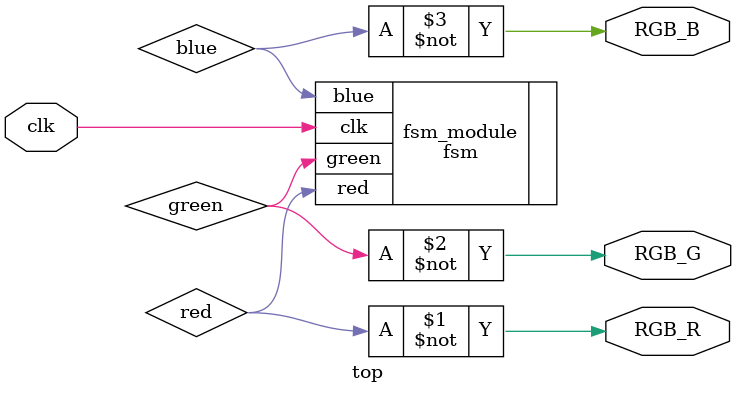
<source format=sv>
`include "fsm.sv"

module top #(
    parameter PWM_INTERVAL = 1800,
    parameter MAX_PHASES = 6
)(
    input logic clk,
    output logic  RGB_R,
    output logic  RGB_G,
    output logic  RGB_B
);
    // declare red, blue, and green
    logic red, blue, green;


    fsm #(
        .PWM_INTERVAL   (PWM_INTERVAL),
        .MAX_PHASES     (MAX_PHASES)
    ) fsm_module (
        .clk            (clk),
        .red            (red),
        .green          (green),
        .blue           (blue)
    );

    assign RGB_R = ~red;
    assign RGB_G = ~green;
    assign RGB_B = ~blue;


endmodule
</source>
